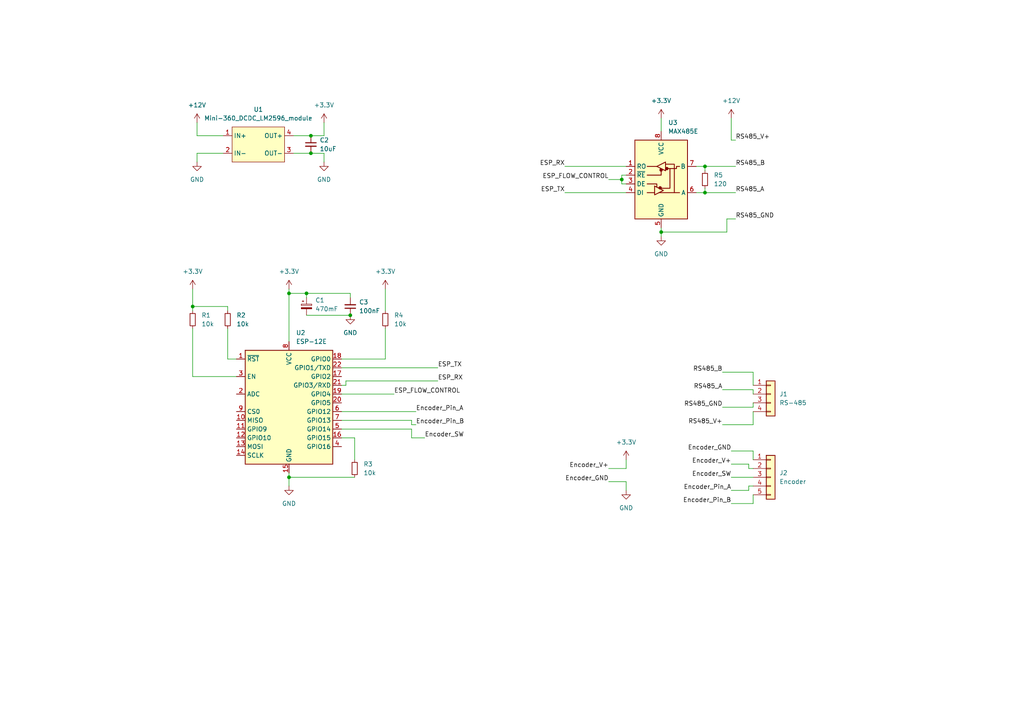
<source format=kicad_sch>
(kicad_sch (version 20211123) (generator eeschema)
  (paper "A4")
  (title_block (date "2022-12-04") (company "Degtyarev A."))
  (lib_symbols
    (symbol "Connector_Generic:Conn_01x04" (pin_names (offset 1.016) hide)
      (property "Reference" "J" (at 0 5.08 0))
      (property "Value" "Conn_01x04" (at 0 -7.62 0))
      (symbol "Conn_01x04_1_1"
        (rectangle (start -1.27 -4.953) (end 0 -5.207) (stroke (width 0.1524)))
        (rectangle (start -1.27 -2.413) (end 0 -2.667) (stroke (width 0.1524)))
        (rectangle (start -1.27 0.127) (end 0 -0.127) (stroke (width 0.1524)))
        (rectangle (start -1.27 2.667) (end 0 2.413) (stroke (width 0.1524)))
        (rectangle (start -1.27 3.81) (end 1.27 -6.35) (stroke (width 0.254)) (fill (type background)))
        (pin passive line (at -5.08 2.54 0) (length 3.81) (name "Pin_1") (number "1"))
        (pin passive line (at -5.08 0 0) (length 3.81) (name "Pin_2") (number "2"))
        (pin passive line (at -5.08 -2.54 0) (length 3.81) (name "Pin_3") (number "3"))
        (pin passive line (at -5.08 -5.08 0) (length 3.81) (name "Pin_4") (number "4"))
      )
    )
    (symbol "Connector_Generic:Conn_01x05" (pin_names (offset 1.016) hide)
      (property "Reference" "J" (at 0 7.62 0))
      (property "Value" "Conn_01x05" (at 0 -7.62 0))
      (symbol "Conn_01x05_1_1"
        (rectangle (start -1.27 -4.953) (end 0 -5.207) (stroke (width 0.1524)))
        (rectangle (start -1.27 -2.413) (end 0 -2.667) (stroke (width 0.1524)))
        (rectangle (start -1.27 0.127) (end 0 -0.127) (stroke (width 0.1524)))
        (rectangle (start -1.27 2.667) (end 0 2.413) (stroke (width 0.1524)))
        (rectangle (start -1.27 5.207) (end 0 4.953) (stroke (width 0.1524)))
        (rectangle (start -1.27 6.35) (end 1.27 -6.35) (stroke (width 0.254)) (fill (type background)))
        (pin passive line (at -5.08 5.08 0) (length 3.81) (name "Pin_1") (number "1"))
        (pin passive line (at -5.08 2.54 0) (length 3.81) (name "Pin_2") (number "2"))
        (pin passive line (at -5.08 0 0) (length 3.81) (name "Pin_3") (number "3"))
        (pin passive line (at -5.08 -2.54 0) (length 3.81) (name "Pin_4") (number "4"))
        (pin passive line (at -5.08 -5.08 0) (length 3.81) (name "Pin_5") (number "5"))
      )
    )
    (symbol "Device:C_Polarized_Small" (pin_numbers hide) (pin_names (offset 0.254) hide)
      (property "Reference" "C" (at 0.254 1.778 0))
      (property "Value" "C_Polarized_Small" (at 0.254 -2.032 0))
      (symbol "C_Polarized_Small_0_1"
        (rectangle (start -1.524 -0.3048) (end 1.524 -0.6858) (fill (type outline)))
        (rectangle (start -1.524 0.6858) (end 1.524 0.3048))
        (polyline (pts (xy -1.27 1.524) (xy -0.762 1.524)))
        (polyline (pts (xy -1.016 1.27) (xy -1.016 1.778)))
      )
      (symbol "C_Polarized_Small_1_1"
        (pin passive line (at 0 2.54 270) (length 1.8542) (name "~") (number "1"))
        (pin passive line (at 0 -2.54 90) (length 1.8542) (name "~") (number "2"))
      )
    )
    (symbol "Device:C_Small" (pin_numbers hide) (pin_names (offset 0.254) hide)
      (property "Reference" "C" (at 0.254 1.778 0))
      (property "Value" "C_Small" (at 0.254 -2.032 0))
      (symbol "C_Small_0_1"
        (polyline (pts (xy -1.524 -0.508) (xy 1.524 -0.508)) (stroke (width 0.3302)))
        (polyline (pts (xy -1.524 0.508) (xy 1.524 0.508)) (stroke (width 0.3048)))
      )
      (symbol "C_Small_1_1"
        (pin passive line (at 0 2.54 270) (length 2.032) (name "~") (number "1"))
        (pin passive line (at 0 -2.54 90) (length 2.032) (name "~") (number "2"))
      )
    )
    (symbol "Device:R_Small" (pin_numbers hide) (pin_names (offset 0.254) hide)
      (property "Reference" "R" (at 0.762 0.508 0))
      (property "Value" "R_Small" (at 0.762 -1.016 0))
      (symbol "R_Small_0_1"
        (rectangle (start -0.762 1.778) (end 0.762 -1.778) (stroke (width 0.2032)))
      )
      (symbol "R_Small_1_1"
        (pin passive line (at 0 2.54 270) (length 0.762) (name "~") (number "1"))
        (pin passive line (at 0 -2.54 90) (length 0.762) (name "~") (number "2"))
      )
    )
    (symbol "Interface_UART:MAX485E"
      (property "Reference" "U" (at -6.096 11.43 0))
      (property "Value" "MAX485E" (at 0.762 11.43 0))
      (symbol "MAX485E_0_1"
        (rectangle (start -7.62 10.16) (end 7.62 -12.7) (stroke (width 0.254)) (fill (type background)))
        (circle (center -0.3048 -3.683) (radius 0.3556) (stroke (width 0.254)) (fill (type outline)))
        (circle (center -0.0254 1.4986) (radius 0.3556) (stroke (width 0.254)) (fill (type outline)))
        (polyline (pts (xy -4.064 -5.08) (xy -1.905 -5.08)) (stroke (width 0.254)))
        (polyline (pts (xy -4.064 2.54) (xy -1.27 2.54)) (stroke (width 0.254)))
        (polyline (pts (xy -1.27 -3.2004) (xy -1.27 -3.4544)) (stroke (width 0.254)))
        (polyline (pts (xy -0.635 -5.08) (xy 5.334 -5.08)) (stroke (width 0.254)))
        (polyline (pts (xy -4.064 -2.54) (xy -1.27 -2.54) (xy -1.27 -3.175)) (stroke (width 0.254)))
        (polyline (pts (xy 0 1.27) (xy 0 0) (xy -4.064 0)) (stroke (width 0.254)))
        (polyline (pts (xy 1.27 3.175) (xy 3.81 3.175) (xy 3.81 -5.08)) (stroke (width 0.254)))
        (polyline (pts (xy 2.54 1.905) (xy 2.54 -3.81) (xy 0 -3.81)) (stroke (width 0.254)))
        (polyline (pts (xy -1.905 -3.175) (xy -1.905 -5.715) (xy 0.635 -4.445) (xy -1.905 -3.175)) (stroke (width 0.254)))
        (polyline (pts (xy -1.27 2.54) (xy 1.27 3.81) (xy 1.27 1.27) (xy -1.27 2.54)) (stroke (width 0.254)))
        (polyline (pts (xy 1.905 1.905) (xy 4.445 1.905) (xy 4.445 2.54) (xy 5.334 2.54)) (stroke (width 0.254)))
        (rectangle (start 1.27 3.175) (end 1.27 3.175))
        (circle (center 1.651 1.905) (radius 0.3556) (stroke (width 0.254)) (fill (type outline)))
      )
      (symbol "MAX485E_1_1"
        (pin output line (at -10.16 2.54 0) (length 2.54) (name "RO") (number "1"))
        (pin input line (at -10.16 0 0) (length 2.54) (name "~{RE}") (number "2"))
        (pin input line (at -10.16 -2.54 0) (length 2.54) (name "DE") (number "3"))
        (pin input line (at -10.16 -5.08 0) (length 2.54) (name "DI") (number "4"))
        (pin power_in line (at 0 -15.24 90) (length 2.54) (name "GND") (number "5"))
        (pin bidirectional line (at 10.16 -5.08 180) (length 2.54) (name "A") (number "6"))
        (pin bidirectional line (at 10.16 2.54 180) (length 2.54) (name "B") (number "7"))
        (pin power_in line (at 0 12.7 270) (length 2.54) (name "VCC") (number "8"))
      )
    )
    (symbol "My_Library:Mini-360_DCDC_LM2596_module"
      (property "Reference" "U" (at 0 0 0))
      (property "Value" "Mini-360_DCDC_LM2596_module" (at 0 -2.54 0))
      (symbol "Mini-360_DCDC_LM2596_module_0_1"
        (rectangle (start -7.62 -3.81) (end 7.62 -13.97) (fill (type background)))
      )
      (symbol "Mini-360_DCDC_LM2596_module_1_1"
        (pin input line (at -10.16 -6.35 0) (length 2.54) (name "IN+") (number "1"))
        (pin input line (at -10.16 -11.43 0) (length 2.54) (name "IN-") (number "2"))
        (pin output line (at 10.16 -11.43 180) (length 2.54) (name "OUT-") (number "3"))
        (pin output line (at 10.16 -6.35 180) (length 2.54) (name "OUT+") (number "4"))
      )
    )
    (symbol "RF_Module:ESP-12E"
      (property "Reference" "U" (at -12.7 19.05 0))
      (property "Value" "ESP-12E" (at 12.7 19.05 0))
      (symbol "ESP-12E_0_1"
        (rectangle (start -12.7 17.78) (end 12.7 -15.24) (stroke (width 0.254)) (fill (type background)))
      )
      (symbol "ESP-12E_1_1"
        (pin input line (at -15.24 15.24 0) (length 2.54) (name "~{RST}") (number "1"))
        (pin bidirectional line (at -15.24 -2.54 0) (length 2.54) (name "MISO") (number "10"))
        (pin bidirectional line (at -15.24 -5.08 0) (length 2.54) (name "GPIO9") (number "11"))
        (pin bidirectional line (at -15.24 -7.62 0) (length 2.54) (name "GPIO10") (number "12"))
        (pin bidirectional line (at -15.24 -10.16 0) (length 2.54) (name "MOSI") (number "13"))
        (pin bidirectional line (at -15.24 -12.7 0) (length 2.54) (name "SCLK") (number "14"))
        (pin power_in line (at 0 -17.78 90) (length 2.54) (name "GND") (number "15"))
        (pin bidirectional line (at 15.24 -7.62 180) (length 2.54) (name "GPIO15") (number "16"))
        (pin bidirectional line (at 15.24 10.16 180) (length 2.54) (name "GPIO2") (number "17"))
        (pin bidirectional line (at 15.24 15.24 180) (length 2.54) (name "GPIO0") (number "18"))
        (pin bidirectional line (at 15.24 5.08 180) (length 2.54) (name "GPIO4") (number "19"))
        (pin input line (at -15.24 5.08 0) (length 2.54) (name "ADC") (number "2"))
        (pin bidirectional line (at 15.24 2.54 180) (length 2.54) (name "GPIO5") (number "20"))
        (pin bidirectional line (at 15.24 7.62 180) (length 2.54) (name "GPIO3/RXD") (number "21"))
        (pin bidirectional line (at 15.24 12.7 180) (length 2.54) (name "GPIO1/TXD") (number "22"))
        (pin input line (at -15.24 10.16 0) (length 2.54) (name "EN") (number "3"))
        (pin bidirectional line (at 15.24 -10.16 180) (length 2.54) (name "GPIO16") (number "4"))
        (pin bidirectional line (at 15.24 -5.08 180) (length 2.54) (name "GPIO14") (number "5"))
        (pin bidirectional line (at 15.24 0 180) (length 2.54) (name "GPIO12") (number "6"))
        (pin bidirectional line (at 15.24 -2.54 180) (length 2.54) (name "GPIO13") (number "7"))
        (pin power_in line (at 0 20.32 270) (length 2.54) (name "VCC") (number "8"))
        (pin input line (at -15.24 0 0) (length 2.54) (name "CS0") (number "9"))
      )
    )
    (symbol "power:+12V" (power) (pin_names (offset 0))
      (property "Value" "+12V" (at 0 3.556 0))
      (symbol "+12V_0_1"
        (polyline (pts (xy -0.762 1.27) (xy 0 2.54)))
        (polyline (pts (xy 0 0) (xy 0 2.54)))
        (polyline (pts (xy 0 2.54) (xy 0.762 1.27)))
      )
      (symbol "+12V_1_1"
        (pin power_in line (at 0 0 90) (length 0) hide (name "+12V") (number "1"))
      )
    )
    (symbol "power:+3.3V" (power) (pin_names (offset 0))
      (property "Value" "+3.3V" (at 0 3.556 0))
      (symbol "+3.3V_0_1"
        (polyline (pts (xy -0.762 1.27) (xy 0 2.54)))
        (polyline (pts (xy 0 0) (xy 0 2.54)))
        (polyline (pts (xy 0 2.54) (xy 0.762 1.27)))
      )
      (symbol "+3.3V_1_1"
        (pin power_in line (at 0 0 90) (length 0) hide (name "+3.3V") (number "1"))
      )
    )
    (symbol "power:GND" (power) (pin_names (offset 0))
      (property "Value" "GND" (at 0 -3.81 0))
      (symbol "GND_0_1"
        (polyline (pts (xy 0 0) (xy 0 -1.27) (xy 1.27 -1.27) (xy 0 -2.54) (xy -1.27 -1.27) (xy 0 -1.27)))
      )
      (symbol "GND_1_1"
        (pin power_in line (at 0 0 270) (length 0) hide (name "GND") (number "1"))
      )
    )
  )
  (junction (at 55.88 88.9))
  (junction (at 204.47 55.88))
  (junction (at 88.9 85.09))
  (junction (at 101.6 91.44))
  (junction (at 180.34 52.07))
  (junction (at 191.77 67.31))
  (junction (at 83.82 85.09))
  (junction (at 83.82 138.43))
  (junction (at 90.17 39.37))
  (junction (at 204.47 48.26))
  (junction (at 90.17 44.45))
  (wire (pts (xy 55.88 88.9) (xy 55.88 90.17)))
  (wire (pts (xy 181.61 133.35) (xy 181.61 135.89)))
  (wire (pts (xy 83.82 138.43) (xy 83.82 140.97)))
  (wire (pts (xy 218.44 123.19) (xy 218.44 119.38)))
  (wire (pts (xy 163.83 55.88) (xy 181.61 55.88)))
  (wire (pts (xy 218.44 118.11) (xy 209.55 118.11)))
  (wire (pts (xy 191.77 66.04) (xy 191.77 67.31)))
  (wire (pts (xy 119.38 123.19) (xy 120.65 123.19)))
  (wire (pts (xy 57.15 39.37) (xy 64.77 39.37)))
  (wire (pts (xy 217.17 134.62) (xy 212.09 134.62)))
  (wire (pts (xy 83.82 137.16) (xy 83.82 138.43)))
  (wire (pts (xy 102.87 127) (xy 99.06 127)))
  (wire (pts (xy 100.33 110.49) (xy 100.33 111.76)))
  (wire (pts (xy 88.9 85.09) (xy 88.9 86.36)))
  (wire (pts (xy 217.17 140.97) (xy 217.17 142.24)))
  (wire (pts (xy 85.09 39.37) (xy 90.17 39.37)))
  (wire (pts (xy 218.44 135.89) (xy 217.17 135.89)))
  (wire (pts (xy 180.34 50.8) (xy 180.34 52.07)))
  (wire (pts (xy 209.55 123.19) (xy 218.44 123.19)))
  (wire (pts (xy 218.44 140.97) (xy 217.17 140.97)))
  (wire (pts (xy 218.44 133.35) (xy 218.44 130.81)))
  (wire (pts (xy 176.53 52.07) (xy 180.34 52.07)))
  (wire (pts (xy 66.04 88.9) (xy 66.04 90.17)))
  (wire (pts (xy 111.76 83.82) (xy 111.76 90.17)))
  (wire (pts (xy 66.04 104.14) (xy 68.58 104.14)))
  (wire (pts (xy 218.44 113.03) (xy 209.55 113.03)))
  (wire (pts (xy 90.17 44.45) (xy 93.98 44.45)))
  (wire (pts (xy 68.58 109.22) (xy 55.88 109.22)))
  (wire (pts (xy 218.44 107.95) (xy 218.44 111.76)))
  (wire (pts (xy 99.06 121.92) (xy 119.38 121.92)))
  (wire (pts (xy 101.6 85.09) (xy 88.9 85.09)))
  (wire (pts (xy 55.88 83.82) (xy 55.88 88.9)))
  (wire (pts (xy 213.36 40.64) (xy 212.09 40.64)))
  (wire (pts (xy 212.09 138.43) (xy 218.44 138.43)))
  (wire (pts (xy 99.06 104.14) (xy 111.76 104.14)))
  (wire (pts (xy 212.09 40.64) (xy 212.09 34.29)))
  (wire (pts (xy 55.88 109.22) (xy 55.88 95.25)))
  (wire (pts (xy 83.82 85.09) (xy 88.9 85.09)))
  (wire (pts (xy 218.44 146.05) (xy 212.09 146.05)))
  (wire (pts (xy 176.53 139.7) (xy 181.61 139.7)))
  (wire (pts (xy 163.83 48.26) (xy 181.61 48.26)))
  (wire (pts (xy 180.34 53.34) (xy 181.61 53.34)))
  (wire (pts (xy 119.38 127) (xy 123.19 127)))
  (wire (pts (xy 127 110.49) (xy 100.33 110.49)))
  (wire (pts (xy 99.06 106.68) (xy 127 106.68)))
  (wire (pts (xy 101.6 86.36) (xy 101.6 85.09)))
  (wire (pts (xy 218.44 116.84) (xy 218.44 118.11)))
  (wire (pts (xy 191.77 34.29) (xy 191.77 38.1)))
  (wire (pts (xy 218.44 114.3) (xy 218.44 113.03)))
  (wire (pts (xy 204.47 55.88) (xy 213.36 55.88)))
  (wire (pts (xy 83.82 83.82) (xy 83.82 85.09)))
  (wire (pts (xy 204.47 55.88) (xy 201.93 55.88)))
  (wire (pts (xy 64.77 44.45) (xy 57.15 44.45)))
  (wire (pts (xy 66.04 95.25) (xy 66.04 104.14)))
  (wire (pts (xy 85.09 44.45) (xy 90.17 44.45)))
  (wire (pts (xy 100.33 111.76) (xy 99.06 111.76)))
  (wire (pts (xy 210.82 67.31) (xy 210.82 63.5)))
  (wire (pts (xy 181.61 135.89) (xy 176.53 135.89)))
  (wire (pts (xy 217.17 142.24) (xy 212.09 142.24)))
  (wire (pts (xy 93.98 44.45) (xy 93.98 46.99)))
  (wire (pts (xy 191.77 67.31) (xy 210.82 67.31)))
  (wire (pts (xy 55.88 88.9) (xy 66.04 88.9)))
  (wire (pts (xy 102.87 133.35) (xy 102.87 127)))
  (wire (pts (xy 83.82 138.43) (xy 102.87 138.43)))
  (wire (pts (xy 181.61 50.8) (xy 180.34 50.8)))
  (wire (pts (xy 204.47 48.26) (xy 213.36 48.26)))
  (wire (pts (xy 57.15 35.56) (xy 57.15 39.37)))
  (wire (pts (xy 209.55 107.95) (xy 218.44 107.95)))
  (wire (pts (xy 191.77 67.31) (xy 191.77 68.58)))
  (wire (pts (xy 88.9 91.44) (xy 101.6 91.44)))
  (wire (pts (xy 204.47 54.61) (xy 204.47 55.88)))
  (wire (pts (xy 99.06 114.3) (xy 114.3 114.3)))
  (wire (pts (xy 181.61 139.7) (xy 181.61 142.24)))
  (wire (pts (xy 57.15 44.45) (xy 57.15 46.99)))
  (wire (pts (xy 119.38 124.46) (xy 119.38 127)))
  (wire (pts (xy 99.06 124.46) (xy 119.38 124.46)))
  (wire (pts (xy 180.34 52.07) (xy 180.34 53.34)))
  (wire (pts (xy 90.17 39.37) (xy 93.98 39.37)))
  (wire (pts (xy 217.17 135.89) (xy 217.17 134.62)))
  (wire (pts (xy 201.93 48.26) (xy 204.47 48.26)))
  (wire (pts (xy 218.44 130.81) (xy 212.09 130.81)))
  (wire (pts (xy 93.98 39.37) (xy 93.98 35.56)))
  (wire (pts (xy 218.44 143.51) (xy 218.44 146.05)))
  (wire (pts (xy 204.47 48.26) (xy 204.47 49.53)))
  (wire (pts (xy 83.82 85.09) (xy 83.82 99.06)))
  (wire (pts (xy 119.38 121.92) (xy 119.38 123.19)))
  (wire (pts (xy 99.06 119.38) (xy 120.65 119.38)))
  (wire (pts (xy 111.76 95.25) (xy 111.76 104.14)))
  (wire (pts (xy 210.82 63.5) (xy 213.36 63.5)))
  (label "Encoder_SW" (at 123.19 127 0))
  (label "ESP_RX" (at 127 110.49 0))
  (label "Encoder_V+" (at 212.09 134.62 180))
  (label "ESP_RX" (at 163.83 48.26 180))
  (label "RS485_GND" (at 213.36 63.5 0))
  (label "Encoder_V+" (at 176.53 135.89 180))
  (label "Encoder_Pin_B" (at 120.65 123.19 0))
  (label "RS485_B" (at 213.36 48.26 0))
  (label "ESP_TX" (at 163.83 55.88 180))
  (label "RS485_GND" (at 209.55 118.11 180))
  (label "RS485_V+" (at 213.36 40.64 0))
  (label "ESP_TX" (at 127 106.68 0))
  (label "Encoder_Pin_A" (at 120.65 119.38 0))
  (label "Encoder_SW" (at 212.09 138.43 180))
  (label "RS485_A" (at 213.36 55.88 0))
  (label "ESP_FLOW_CONTROL" (at 114.3 114.3 0))
  (label "Encoder_GND" (at 176.53 139.7 180))
  (label "Encoder_Pin_A" (at 212.09 142.24 180))
  (label "RS485_B" (at 209.55 107.95 180))
  (label "ESP_FLOW_CONTROL" (at 176.53 52.07 180))
  (label "RS485_A" (at 209.55 113.03 180))
  (label "Encoder_Pin_B" (at 212.09 146.05 180))
  (label "RS485_V+" (at 209.55 123.19 180))
  (label "Encoder_GND" (at 212.09 130.81 180))
  (symbol (lib_id "Device:R_Small") (at 111.76 92.71 0) (unit 1)
    (property "Reference" "R4" (at 114.3 91.4399 0) (effects (justify left)))
    (property "Value" "10k" (at 114.3 93.9799 0) (effects (justify left)))
    (property "Footprint" "Resistor_SMD:R_0805_2012Metric" (effects hide))
  )
  (symbol (lib_id "power:GND") (at 191.77 68.58 0) (unit 1)
    (property "Reference" "#PWR013" (effects hide))
    (property "Value" "GND" (at 191.77 73.66 0))
  )
  (symbol (lib_id "Device:R_Small") (at 55.88 92.71 0) (unit 1)
    (property "Reference" "R1" (at 58.42 91.4399 0) (effects (justify left)))
    (property "Value" "10k" (at 58.42 93.9799 0) (effects (justify left)))
    (property "Footprint" "Resistor_SMD:R_0805_2012Metric" (effects hide))
  )
  (symbol (lib_id "Connector_Generic:Conn_01x04") (at 223.52 114.3 0) (unit 1)
    (property "Reference" "J1" (at 226.06 114.2999 0) (effects (justify left)))
    (property "Value" "RS-485" (at 226.06 116.8399 0) (effects (justify left)))
    (property "Footprint" "TerminalBlock:TerminalBlock_bornier-4_P5.08mm" (effects hide))
  )
  (symbol (lib_id "power:+12V") (at 57.15 35.56 0) (unit 1)
    (property "Reference" "#PWR02" (effects hide))
    (property "Value" "+12V" (at 57.15 30.48 0))
  )
  (symbol (lib_id "power:GND") (at 57.15 46.99 0) (unit 1)
    (property "Reference" "#PWR03" (effects hide))
    (property "Value" "GND" (at 57.15 52.07 0))
  )
  (symbol (lib_id "Connector_Generic:Conn_01x05") (at 223.52 138.43 0) (unit 1)
    (property "Reference" "J2" (at 226.06 137.1599 0) (effects (justify left)))
    (property "Value" "Encoder" (at 226.06 139.6999 0) (effects (justify left)))
    (property "Footprint" "Connector_PinHeader_2.54mm:PinHeader_1x05_P2.54mm_Vertical" (effects hide))
  )
  (symbol (lib_id "power:GND") (at 101.6 91.44 0) (unit 1)
    (property "Reference" "#PWR08" (effects hide))
    (property "Value" "GND" (at 101.6 96.52 0))
  )
  (symbol (lib_id "power:+3.3V") (at 93.98 35.56 0) (unit 1)
    (property "Reference" "#PWR06" (effects hide))
    (property "Value" "+3.3V" (at 93.98 30.48 0))
  )
  (symbol (lib_id "power:+3.3V") (at 83.82 83.82 0) (unit 1)
    (property "Reference" "#PWR04" (effects hide))
    (property "Value" "+3.3V" (at 83.82 78.74 0))
  )
  (symbol (lib_id "power:GND") (at 93.98 46.99 0) (unit 1)
    (property "Reference" "#PWR07" (effects hide))
    (property "Value" "GND" (at 93.98 52.07 0))
  )
  (symbol (lib_id "power:+12V") (at 212.09 34.29 0) (unit 1)
    (property "Reference" "#PWR014" (effects hide))
    (property "Value" "+12V" (at 212.09 29.21 0))
  )
  (symbol (lib_id "Device:R_Small") (at 204.47 52.07 0) (unit 1)
    (property "Reference" "R5" (at 207.01 50.7999 0) (effects (justify left)))
    (property "Value" "120" (at 207.01 53.3399 0) (effects (justify left)))
    (property "Footprint" "Resistor_SMD:R_0805_2012Metric" (effects hide))
  )
  (symbol (lib_id "RF_Module:ESP-12E") (at 83.82 119.38 0) (unit 1)
    (property "Reference" "U2" (at 85.8394 96.52 0) (effects (justify left)))
    (property "Value" "ESP-12E" (at 85.8394 99.06 0) (effects (justify left)))
    (property "Footprint" "RF_Module:ESP-12E" (effects hide))
    (property "Datasheet" "http://wiki.ai-thinker.com/_media/esp8266/esp8266_series_modules_user_manual_v1.1.pdf" (effects hide))
  )
  (symbol (lib_id "power:GND") (at 181.61 142.24 0) (unit 1)
    (property "Reference" "#PWR011" (effects hide))
    (property "Value" "GND" (at 181.61 147.32 0))
  )
  (symbol (lib_id "power:+3.3V") (at 181.61 133.35 0) (unit 1)
    (property "Reference" "#PWR010" (effects hide))
    (property "Value" "+3.3V" (at 181.61 128.27 0))
  )
  (symbol (lib_id "Device:C_Small") (at 90.17 41.91 0) (unit 1)
    (property "Reference" "C2" (at 92.71 40.6462 0) (effects (justify left)))
    (property "Value" "10uF" (at 92.71 43.1862 0) (effects (justify left)))
    (property "Footprint" "Capacitor_SMD:C_0805_2012Metric" (effects hide))
  )
  (symbol (lib_id "power:GND") (at 83.82 140.97 0) (unit 1)
    (property "Reference" "#PWR05" (effects hide))
    (property "Value" "GND" (at 83.82 146.05 0))
  )
  (symbol (lib_id "Device:R_Small") (at 102.87 135.89 0) (unit 1)
    (property "Reference" "R3" (at 105.41 134.6199 0) (effects (justify left)))
    (property "Value" "10k" (at 105.41 137.1599 0) (effects (justify left)))
    (property "Footprint" "Resistor_SMD:R_0805_2012Metric" (effects hide))
  )
  (symbol (lib_id "Device:C_Polarized_Small") (at 88.9 88.9 0) (unit 1)
    (property "Reference" "C1" (at 91.44 87.0838 0) (effects (justify left)))
    (property "Value" "470mF" (at 91.44 89.6238 0) (effects (justify left)))
    (property "Footprint" "Capacitor_THT:CP_Radial_D6.3mm_P2.50mm" (effects hide))
  )
  (symbol (lib_id "power:+3.3V") (at 111.76 83.82 0) (unit 1)
    (property "Reference" "#PWR09" (effects hide))
    (property "Value" "+3.3V" (at 111.76 78.74 0))
  )
  (symbol (lib_id "Device:C_Small") (at 101.6 88.9 180) (unit 1)
    (property "Reference" "C3" (at 104.14 87.6235 0) (effects (justify right)))
    (property "Value" "100nF" (at 104.14 90.1635 0) (effects (justify right)))
    (property "Footprint" "Capacitor_SMD:C_0805_2012Metric" (effects hide))
  )
  (symbol (lib_id "Interface_UART:MAX485E") (at 191.77 50.8 0) (unit 1)
    (property "Reference" "U3" (at 193.7894 35.56 0) (effects (justify left)))
    (property "Value" "MAX485E" (at 193.7894 38.1 0) (effects (justify left)))
    (property "Footprint" "Package_DIP:DIP-8_W8.89mm_SMDSocket_LongPads" (effects hide))
    (property "Datasheet" "https://datasheets.maximintegrated.com/en/ds/MAX1487E-MAX491E.pdf" (effects hide))
  )
  (symbol (lib_id "My_Library:Mini-360_DCDC_LM2596_module") (at 74.93 33.02 0) (unit 1)
    (property "Reference" "U1" (at 74.93 31.75 0))
    (property "Value" "Mini-360_DCDC_LM2596_module" (at 74.93 34.29 0))
    (property "Footprint" "Users:Mini-360_DCDC_LM2596_module" (effects hide))
  )
  (symbol (lib_id "power:+3.3V") (at 191.77 34.29 0) (unit 1)
    (property "Reference" "#PWR012" (effects hide))
    (property "Value" "+3.3V" (at 191.77 29.21 0))
  )
  (symbol (lib_id "Device:R_Small") (at 66.04 92.71 0) (unit 1)
    (property "Reference" "R2" (at 68.58 91.4399 0) (effects (justify left)))
    (property "Value" "10k" (at 68.58 93.9799 0) (effects (justify left)))
    (property "Footprint" "Resistor_SMD:R_0805_2012Metric" (effects hide))
  )
  (symbol (lib_id "power:+3.3V") (at 55.88 83.82 0) (unit 1)
    (property "Reference" "#PWR01" (effects hide))
    (property "Value" "+3.3V" (at 55.88 78.74 0))
  )
)
</source>
